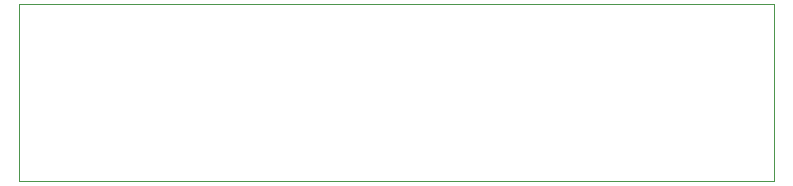
<source format=gm1>
%TF.GenerationSoftware,KiCad,Pcbnew,6.0.11*%
%TF.CreationDate,2024-08-22T19:43:05+01:00*%
%TF.ProjectId,ESPower,4553506f-7765-4722-9e6b-696361645f70,rev?*%
%TF.SameCoordinates,PX4f54d68PY59a0560*%
%TF.FileFunction,Profile,NP*%
%FSLAX46Y46*%
G04 Gerber Fmt 4.6, Leading zero omitted, Abs format (unit mm)*
G04 Created by KiCad (PCBNEW 6.0.11) date 2024-08-22 19:43:05*
%MOMM*%
%LPD*%
G01*
G04 APERTURE LIST*
%TA.AperFunction,Profile*%
%ADD10C,0.050000*%
%TD*%
G04 APERTURE END LIST*
D10*
X0Y-14986000D02*
X0Y0D01*
X0Y0D02*
X63881000Y0D01*
X63881000Y-14986000D02*
X0Y-14986000D01*
X63881000Y0D02*
X63881000Y-14986000D01*
M02*

</source>
